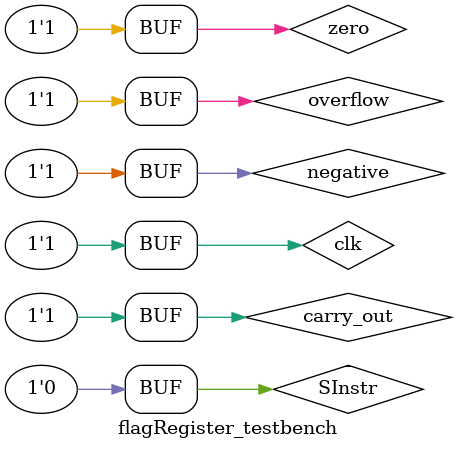
<source format=sv>
`timescale 1ns/10ps

module flagRegister(negative, zero, overflow, carry_out, SInstr, negative_flag, zero_flag, overflow_flag, carry_out_flag, clk);

	output logic negative_flag, zero_flag, overflow_flag, carry_out_flag;

	input logic negative, zero, overflow, carry_out, SInstr, clk;

	logic [3:0] store;
	//keeps old data unless enabled by an S instruction, in which case takes writedata from input
	//I know I could have done this with a generate loop, but I'm lazy
	mux2_1 mux1 (.out(store[0]), .i0(negative_flag), .i1(negative), .sel(SInstr));
	D_FF d_ff1 (.q(negative_flag), .d(store[0]), .reset(0), .clk(clk));
	
	mux2_1 mux2 (.out(store[1]), .i0(zero_flag), .i1(zero), .sel(SInstr));
	D_FF d_ff2 (.q(zero_flag), .d(store[1]), .reset(0), .clk(clk));
	
	mux2_1 mux3 (.out(store[2]), .i0(overflow_flag), .i1(overflow), .sel(SInstr));
	D_FF d_ff3 (.q(overflow_flag), .d(store[2]), .reset(0), .clk(clk));
	
	mux2_1 mux4 (.out(store[3]), .i0(carry_out_flag), .i1(carry_out), .sel(SInstr));
	D_FF d_ff4 (.q(carry_out_flag), .d(store[3]), .reset(0), .clk(clk));

 
	 
endmodule 

module flagRegister_testbench();
	logic negative, zero, overflow, carry_out, negative_flag, zero_flag, overflow_flag, carry_out_flag, clk, SInstr;
	
	flagRegister dut (.negative, .zero, .overflow, .carry_out, .SInstr, .negative_flag, .zero_flag, .overflow_flag, .carry_out_flag, .clk);
	
	initial begin
		clk = 0; negative = 0; zero = 0; overflow = 0; carry_out = 0; SInstr = 0; #100;
		clk = 1; negative = 0; zero = 0; overflow = 0; carry_out = 0; SInstr = 0; #100;
		
		clk = 0; negative = 1; zero = 1; overflow = 1; carry_out = 1; SInstr = 1; #100;
		clk = 1; negative = 1; zero = 1; overflow = 1; carry_out = 1; SInstr = 1; #100;
		
		clk = 0; negative = 0; zero = 0; overflow = 0; carry_out = 0; SInstr = 0; #100;
		clk = 1; negative = 0; zero = 0; overflow = 0; carry_out = 0; SInstr = 0; #100;
		
		clk = 0; negative = 1; zero = 0; overflow = 1; carry_out = 0; SInstr = 1; #100;
		clk = 1; negative = 1; zero = 0; overflow = 1; carry_out = 0; SInstr = 1; #100;
		
		clk = 0; negative = 0; zero = 0; overflow = 0; carry_out = 0; SInstr = 1; #100;
		clk = 1; negative = 0; zero = 0; overflow = 0; carry_out = 0; SInstr = 1; #100;
		
		clk = 0; negative = 1; zero = 1; overflow = 1; carry_out = 1; SInstr = 0; #100;
		clk = 1; negative = 1; zero = 1; overflow = 1; carry_out = 1; SInstr = 0; #100;
	end
	
endmodule


</source>
